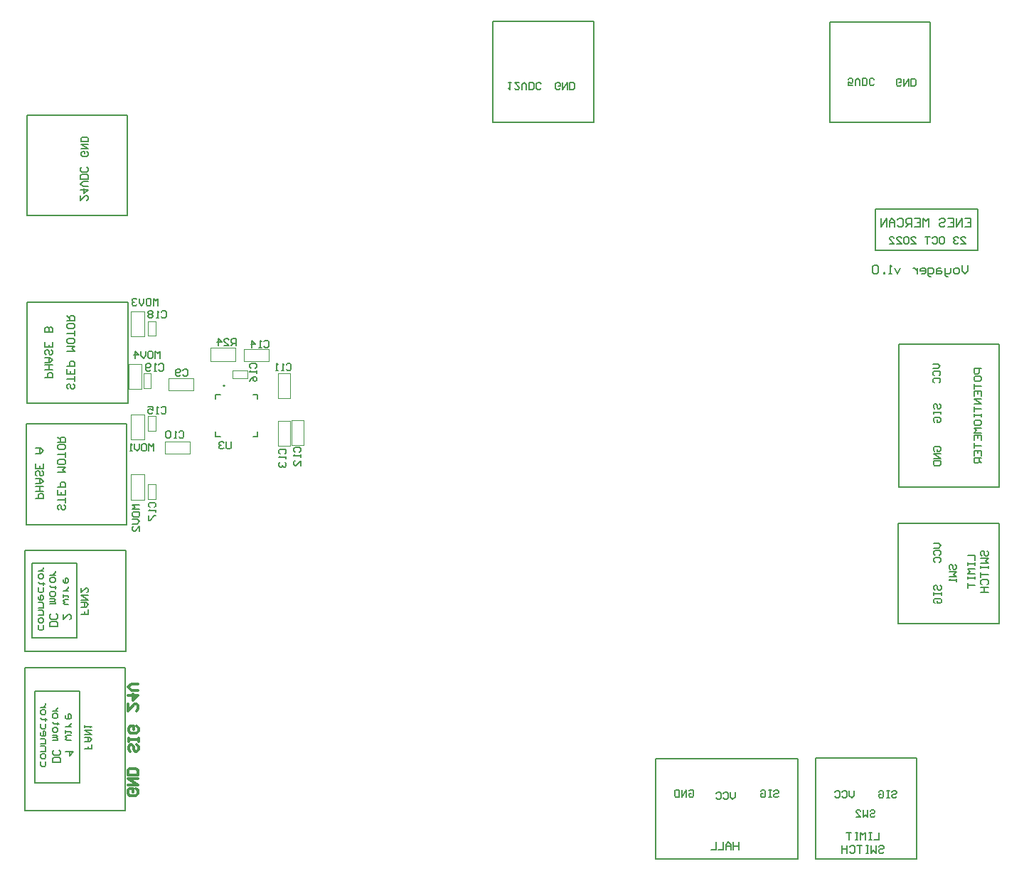
<source format=gbo>
G04*
G04 #@! TF.GenerationSoftware,Altium Limited,Altium Designer,22.10.1 (41)*
G04*
G04 Layer_Color=32896*
%FSLAX25Y25*%
%MOIN*%
G70*
G04*
G04 #@! TF.SameCoordinates,F8C157B4-DA96-4F04-9901-D09C045D4249*
G04*
G04*
G04 #@! TF.FilePolarity,Positive*
G04*
G01*
G75*
%ADD10C,0.00787*%
%ADD11C,0.00394*%
%ADD15C,0.00500*%
%ADD17C,0.00591*%
%ADD18C,0.01181*%
D10*
X92705Y224542D02*
G03*
X92705Y224542I-394J0D01*
G01*
X23231Y106496D02*
Y141437D01*
X2266D02*
X23231D01*
X2266Y106496D02*
Y141437D01*
Y106496D02*
X23231D01*
X397441Y288189D02*
Y307382D01*
Y288189D02*
X445768D01*
Y307382D01*
X397441D02*
X445768D01*
X408169Y112992D02*
X455610D01*
X408169Y160236D02*
X455610D01*
X408465Y177165D02*
X455610D01*
X408465D02*
Y244094D01*
X408169Y112992D02*
Y160236D01*
X46059Y25591D02*
Y92520D01*
X-898Y25591D02*
X46059D01*
X-898D02*
Y92520D01*
X46059D01*
X-898Y147343D02*
X46291D01*
X-898Y100092D02*
Y147343D01*
Y100092D02*
X46291D01*
Y147343D01*
X33Y351575D02*
X46850D01*
X33Y304331D02*
Y351575D01*
Y304331D02*
X46850D01*
Y351575D01*
X423328Y347976D02*
Y395253D01*
X376190Y347976D02*
X423328D01*
X376190D02*
Y395253D01*
X423328D01*
X265650Y348027D02*
Y395275D01*
X218212Y348027D02*
X265650D01*
X218212D02*
Y395275D01*
X265650D01*
X-478Y159350D02*
X46747D01*
X-478D02*
Y206594D01*
X46747D01*
Y159350D02*
Y206594D01*
X38Y263871D02*
X47220D01*
X38Y216535D02*
Y263871D01*
Y216535D02*
X47220D01*
Y263871D01*
X455610Y177165D02*
Y244094D01*
X408465D02*
X455610D01*
Y112992D02*
Y160236D01*
X416831Y2926D02*
Y50178D01*
X369487Y2926D02*
X416831D01*
X369487D02*
Y50178D01*
X416831D01*
X361417Y2658D02*
Y49705D01*
X294685Y2658D02*
X361417D01*
X294685D02*
Y49705D01*
X361417D01*
X3740Y38329D02*
X24705D01*
X3740D02*
Y81398D01*
X24705D01*
Y38329D02*
Y81398D01*
X4035Y171657D02*
X7578D01*
Y173428D01*
X6987Y174019D01*
X5807D01*
X5216Y173428D01*
Y171657D01*
X7578Y175199D02*
X4035D01*
X5807D01*
Y177561D01*
X7578D01*
X4035D01*
Y178742D02*
X6397D01*
X7578Y179922D01*
X6397Y181103D01*
X4035D01*
X5807D01*
Y178742D01*
X6987Y184645D02*
X7578Y184055D01*
Y182874D01*
X6987Y182284D01*
X6397D01*
X5807Y182874D01*
Y184055D01*
X5216Y184645D01*
X4626D01*
X4035Y184055D01*
Y182874D01*
X4626Y182284D01*
X7578Y188188D02*
Y185826D01*
X4035D01*
Y188188D01*
X5807Y185826D02*
Y187007D01*
X4035Y192910D02*
X6397D01*
X7578Y194091D01*
X6397Y195272D01*
X4035D01*
X5807D01*
Y192910D01*
X21554Y225497D02*
X22144Y224907D01*
Y223726D01*
X21554Y223135D01*
X20964D01*
X20373Y223726D01*
Y224907D01*
X19783Y225497D01*
X19193D01*
X18602Y224907D01*
Y223726D01*
X19193Y223135D01*
X22144Y226678D02*
Y229039D01*
Y227858D01*
X18602D01*
X22144Y232581D02*
Y230220D01*
X18602D01*
Y232581D01*
X20373Y230220D02*
Y231400D01*
X18602Y233762D02*
X22144D01*
Y235533D01*
X21554Y236123D01*
X20373D01*
X19783Y235533D01*
Y233762D01*
X18602Y240846D02*
X22144D01*
X20964Y242027D01*
X22144Y243208D01*
X18602D01*
X22144Y246160D02*
Y244979D01*
X21554Y244389D01*
X19193D01*
X18602Y244979D01*
Y246160D01*
X19193Y246750D01*
X21554D01*
X22144Y246160D01*
Y247931D02*
Y250292D01*
Y249111D01*
X18602D01*
X22144Y253244D02*
Y252063D01*
X21554Y251473D01*
X19193D01*
X18602Y252063D01*
Y253244D01*
X19193Y253834D01*
X21554D01*
X22144Y253244D01*
X18602Y255015D02*
X22144D01*
Y256786D01*
X21554Y257376D01*
X20373D01*
X19783Y256786D01*
Y255015D01*
Y256196D02*
X18602Y257376D01*
X440810Y145175D02*
X444352D01*
Y142813D01*
X440810Y141632D02*
Y140452D01*
Y141042D01*
X444352D01*
Y141632D01*
Y140452D01*
Y138681D02*
X440810D01*
X441990Y137500D01*
X440810Y136319D01*
X444352D01*
X440810Y135139D02*
Y133958D01*
Y134548D01*
X444352D01*
Y135139D01*
Y133958D01*
X440810Y132187D02*
Y129825D01*
Y131006D01*
X444352D01*
X447540Y144879D02*
X446950Y145470D01*
Y146651D01*
X447540Y147241D01*
X448131D01*
X448721Y146651D01*
Y145470D01*
X449311Y144879D01*
X449902D01*
X450492Y145470D01*
Y146651D01*
X449902Y147241D01*
X446950Y143699D02*
X450492D01*
X449311Y142518D01*
X450492Y141337D01*
X446950D01*
Y140157D02*
Y138976D01*
Y139566D01*
X450492D01*
Y140157D01*
Y138976D01*
X446950Y137205D02*
Y134843D01*
Y136024D01*
X450492D01*
X447540Y131301D02*
X446950Y131892D01*
Y133072D01*
X447540Y133663D01*
X449902D01*
X450492Y133072D01*
Y131892D01*
X449902Y131301D01*
X446950Y130121D02*
X450492D01*
X448721D01*
Y127759D01*
X446950D01*
X450492D01*
X333463Y10629D02*
Y7087D01*
Y8858D01*
X331101D01*
Y10629D01*
Y7087D01*
X329920D02*
Y9448D01*
X328740Y10629D01*
X327559Y9448D01*
Y7087D01*
Y8858D01*
X329920D01*
X326378Y10629D02*
Y7087D01*
X324017D01*
X322836Y10629D02*
Y7087D01*
X320475D01*
X16907Y117325D02*
Y114964D01*
X19268Y117325D01*
X19859D01*
X20449Y116735D01*
Y115554D01*
X19859Y114964D01*
X19268Y122048D02*
X17497D01*
X16907Y122638D01*
X17497Y123229D01*
X16907Y123819D01*
X17497Y124410D01*
X19268D01*
X16907Y125590D02*
Y126771D01*
Y126181D01*
X19268D01*
Y125590D01*
Y128542D02*
X16907D01*
X18088D01*
X18678Y129132D01*
X19268Y129723D01*
Y130313D01*
X16907Y133855D02*
Y132675D01*
X17497Y132084D01*
X18678D01*
X19268Y132675D01*
Y133855D01*
X18678Y134446D01*
X18088D01*
Y132084D01*
X14309Y111717D02*
X10767D01*
Y113488D01*
X11357Y114078D01*
X13718D01*
X14309Y113488D01*
Y111717D01*
X13718Y117620D02*
X14309Y117030D01*
Y115849D01*
X13718Y115259D01*
X11357D01*
X10767Y115849D01*
Y117030D01*
X11357Y117620D01*
X10767Y122343D02*
X13128D01*
Y122934D01*
X12538Y123524D01*
X10767D01*
X12538D01*
X13128Y124114D01*
X12538Y124705D01*
X10767D01*
Y126476D02*
Y127656D01*
X11357Y128247D01*
X12538D01*
X13128Y127656D01*
Y126476D01*
X12538Y125885D01*
X11357D01*
X10767Y126476D01*
X13718Y130018D02*
X13128D01*
Y129428D01*
Y130608D01*
Y130018D01*
X11357D01*
X10767Y130608D01*
Y132970D02*
Y134151D01*
X11357Y134741D01*
X12538D01*
X13128Y134151D01*
Y132970D01*
X12538Y132379D01*
X11357D01*
X10767Y132970D01*
X13128Y135922D02*
X10767D01*
X11947D01*
X12538Y136512D01*
X13128Y137102D01*
Y137693D01*
X7578Y112307D02*
Y110536D01*
X6988Y109946D01*
X5807D01*
X5217Y110536D01*
Y112307D01*
Y114078D02*
Y115259D01*
X5807Y115849D01*
X6988D01*
X7578Y115259D01*
Y114078D01*
X6988Y113488D01*
X5807D01*
X5217Y114078D01*
Y117030D02*
X7578D01*
Y118801D01*
X6988Y119392D01*
X5217D01*
Y120572D02*
X7578D01*
Y122343D01*
X6988Y122934D01*
X5217D01*
Y125885D02*
Y124705D01*
X5807Y124114D01*
X6988D01*
X7578Y124705D01*
Y125885D01*
X6988Y126476D01*
X6397D01*
Y124114D01*
X7578Y130018D02*
Y128247D01*
X6988Y127656D01*
X5807D01*
X5217Y128247D01*
Y130018D01*
X8168Y131789D02*
X7578D01*
Y131199D01*
Y132379D01*
Y131789D01*
X5807D01*
X5217Y132379D01*
Y134741D02*
Y135922D01*
X5807Y136512D01*
X6988D01*
X7578Y135922D01*
Y134741D01*
X6988Y134151D01*
X5807D01*
X5217Y134741D01*
X7578Y137693D02*
X5217D01*
X6397D01*
X6988Y138283D01*
X7578Y138873D01*
Y139464D01*
X399407Y15194D02*
Y11652D01*
X397045D01*
X395865Y15194D02*
X394684D01*
X395274D01*
Y11652D01*
X395865D01*
X394684D01*
X392913D02*
Y15194D01*
X391732Y14014D01*
X390552Y15194D01*
Y11652D01*
X389371Y15194D02*
X388190D01*
X388780D01*
Y11652D01*
X389371D01*
X388190D01*
X386419Y15194D02*
X384058D01*
X385238D01*
Y11652D01*
X399112Y8464D02*
X399702Y9054D01*
X400883D01*
X401473Y8464D01*
Y7873D01*
X400883Y7283D01*
X399702D01*
X399112Y6692D01*
Y6102D01*
X399702Y5512D01*
X400883D01*
X401473Y6102D01*
X397931Y9054D02*
Y5512D01*
X396750Y6692D01*
X395570Y5512D01*
Y9054D01*
X394389D02*
X393208D01*
X393798D01*
Y5512D01*
X394389D01*
X393208D01*
X391437Y9054D02*
X389076D01*
X390256D01*
Y5512D01*
X385533Y8464D02*
X386124Y9054D01*
X387305D01*
X387895Y8464D01*
Y6102D01*
X387305Y5512D01*
X386124D01*
X385533Y6102D01*
X384353Y9054D02*
Y5512D01*
Y7283D01*
X381991D01*
Y9054D01*
Y5512D01*
X17223Y168706D02*
X17814Y168115D01*
Y166935D01*
X17223Y166344D01*
X16633D01*
X16043Y166935D01*
Y168115D01*
X15452Y168706D01*
X14862D01*
X14272Y168115D01*
Y166935D01*
X14862Y166344D01*
X17814Y169886D02*
Y172248D01*
Y171067D01*
X14272D01*
X17814Y175790D02*
Y173428D01*
X14272D01*
Y175790D01*
X16043Y173428D02*
Y174609D01*
X14272Y176971D02*
X17814D01*
Y178742D01*
X17223Y179332D01*
X16043D01*
X15452Y178742D01*
Y176971D01*
X14272Y184055D02*
X17814D01*
X16633Y185236D01*
X17814Y186416D01*
X14272D01*
X17814Y189368D02*
Y188188D01*
X17223Y187597D01*
X14862D01*
X14272Y188188D01*
Y189368D01*
X14862Y189959D01*
X17223D01*
X17814Y189368D01*
Y191139D02*
Y193501D01*
Y192320D01*
X14272D01*
X17814Y196452D02*
Y195272D01*
X17223Y194681D01*
X14862D01*
X14272Y195272D01*
Y196452D01*
X14862Y197043D01*
X17223D01*
X17814Y196452D01*
X14272Y198224D02*
X17814D01*
Y199995D01*
X17223Y200585D01*
X16043D01*
X15452Y199995D01*
Y198224D01*
Y199404D02*
X14272Y200585D01*
X18088Y52955D02*
X21630D01*
X19859Y51184D01*
Y53546D01*
X20449Y58269D02*
X18678D01*
X18088Y58859D01*
X18678Y59449D01*
X18088Y60040D01*
X18678Y60630D01*
X20449D01*
X18088Y61811D02*
Y62991D01*
Y62401D01*
X20449D01*
Y61811D01*
Y64763D02*
X18088D01*
X19269D01*
X19859Y65353D01*
X20449Y65943D01*
Y66534D01*
X18088Y70076D02*
Y68895D01*
X18678Y68305D01*
X19859D01*
X20449Y68895D01*
Y70076D01*
X19859Y70666D01*
X19269D01*
Y68305D01*
X15490Y47937D02*
X11948D01*
Y49708D01*
X12538Y50299D01*
X14899D01*
X15490Y49708D01*
Y47937D01*
X14899Y53841D02*
X15490Y53250D01*
Y52070D01*
X14899Y51479D01*
X12538D01*
X11948Y52070D01*
Y53250D01*
X12538Y53841D01*
X11948Y58564D02*
X14309D01*
Y59154D01*
X13719Y59744D01*
X11948D01*
X13719D01*
X14309Y60335D01*
X13719Y60925D01*
X11948D01*
Y62696D02*
Y63877D01*
X12538Y64467D01*
X13719D01*
X14309Y63877D01*
Y62696D01*
X13719Y62106D01*
X12538D01*
X11948Y62696D01*
X14899Y66238D02*
X14309D01*
Y65648D01*
Y66829D01*
Y66238D01*
X12538D01*
X11948Y66829D01*
Y69190D02*
Y70371D01*
X12538Y70961D01*
X13719D01*
X14309Y70371D01*
Y69190D01*
X13719Y68600D01*
X12538D01*
X11948Y69190D01*
X14309Y72142D02*
X11948D01*
X13128D01*
X13719Y72732D01*
X14309Y73323D01*
Y73913D01*
X8759Y48528D02*
Y46757D01*
X8169Y46166D01*
X6988D01*
X6398Y46757D01*
Y48528D01*
Y50299D02*
Y51479D01*
X6988Y52070D01*
X8169D01*
X8759Y51479D01*
Y50299D01*
X8169Y49708D01*
X6988D01*
X6398Y50299D01*
Y53250D02*
X8759D01*
Y55022D01*
X8169Y55612D01*
X6398D01*
Y56793D02*
X8759D01*
Y58564D01*
X8169Y59154D01*
X6398D01*
Y62106D02*
Y60925D01*
X6988Y60335D01*
X8169D01*
X8759Y60925D01*
Y62106D01*
X8169Y62696D01*
X7578D01*
Y60335D01*
X8759Y66238D02*
Y64467D01*
X8169Y63877D01*
X6988D01*
X6398Y64467D01*
Y66238D01*
X9349Y68010D02*
X8759D01*
Y67419D01*
Y68600D01*
Y68010D01*
X6988D01*
X6398Y68600D01*
Y70961D02*
Y72142D01*
X6988Y72732D01*
X8169D01*
X8759Y72142D01*
Y70961D01*
X8169Y70371D01*
X6988D01*
X6398Y70961D01*
X8759Y73913D02*
X6398D01*
X7578D01*
X8169Y74503D01*
X8759Y75094D01*
Y75684D01*
X447353Y232598D02*
X443811D01*
Y230826D01*
X444402Y230236D01*
X445582D01*
X446173Y230826D01*
Y232598D01*
X443811Y227284D02*
Y228465D01*
X444402Y229056D01*
X446763D01*
X447353Y228465D01*
Y227284D01*
X446763Y226694D01*
X444402D01*
X443811Y227284D01*
Y225513D02*
Y223152D01*
Y224333D01*
X447353D01*
X443811Y219610D02*
Y221971D01*
X447353D01*
Y219610D01*
X445582Y221971D02*
Y220790D01*
X447353Y218429D02*
X443811D01*
X447353Y216068D01*
X443811D01*
Y214887D02*
Y212525D01*
Y213706D01*
X447353D01*
X443811Y211345D02*
Y210164D01*
Y210754D01*
X447353D01*
Y211345D01*
Y210164D01*
X443811Y206622D02*
Y207803D01*
X444402Y208393D01*
X446763D01*
X447353Y207803D01*
Y206622D01*
X446763Y206031D01*
X444402D01*
X443811Y206622D01*
X447353Y204851D02*
X443811D01*
X444992Y203670D01*
X443811Y202489D01*
X447353D01*
X443811Y198947D02*
Y201308D01*
X447353D01*
Y198947D01*
X445582Y201308D02*
Y200128D01*
X443811Y197766D02*
Y195405D01*
Y196586D01*
X447353D01*
X443811Y191863D02*
Y194224D01*
X447353D01*
Y191863D01*
X445582Y194224D02*
Y193043D01*
X447353Y190682D02*
X443811D01*
Y188911D01*
X444402Y188321D01*
X445582D01*
X446173Y188911D01*
Y190682D01*
Y189501D02*
X447353Y188321D01*
X8366Y228449D02*
X11908D01*
Y230220D01*
X11318Y230810D01*
X10137D01*
X9547Y230220D01*
Y228449D01*
X11908Y231991D02*
X8366D01*
X10137D01*
Y234352D01*
X11908D01*
X8366D01*
Y235533D02*
X10728D01*
X11908Y236714D01*
X10728Y237895D01*
X8366D01*
X10137D01*
Y235533D01*
X11318Y241437D02*
X11908Y240846D01*
Y239666D01*
X11318Y239075D01*
X10728D01*
X10137Y239666D01*
Y240846D01*
X9547Y241437D01*
X8957D01*
X8366Y240846D01*
Y239666D01*
X8957Y239075D01*
X11908Y244979D02*
Y242617D01*
X8366D01*
Y244979D01*
X10137Y242617D02*
Y243798D01*
X11908Y249702D02*
X8366D01*
Y251473D01*
X8957Y252063D01*
X9547D01*
X10137Y251473D01*
Y249702D01*
Y251473D01*
X10728Y252063D01*
X11318D01*
X11908Y251473D01*
Y249702D01*
X440806Y281035D02*
Y278411D01*
X439495Y277099D01*
X438183Y278411D01*
Y281035D01*
X436215Y277099D02*
X434903D01*
X434247Y277755D01*
Y279067D01*
X434903Y279723D01*
X436215D01*
X436871Y279067D01*
Y277755D01*
X436215Y277099D01*
X432935Y279723D02*
Y277755D01*
X432279Y277099D01*
X430311D01*
Y276443D01*
X430967Y275787D01*
X431623D01*
X430311Y277099D02*
Y279723D01*
X428343D02*
X427031D01*
X426375Y279067D01*
Y277099D01*
X428343D01*
X428999Y277755D01*
X428343Y278411D01*
X426375D01*
X423752Y275787D02*
X423096D01*
X422440Y276443D01*
Y279723D01*
X424407D01*
X425064Y279067D01*
Y277755D01*
X424407Y277099D01*
X422440D01*
X419160D02*
X420472D01*
X421128Y277755D01*
Y279067D01*
X420472Y279723D01*
X419160D01*
X418504Y279067D01*
Y278411D01*
X421128D01*
X417192Y279723D02*
Y277099D01*
Y278411D01*
X416536Y279067D01*
X415880Y279723D01*
X415224D01*
X409320D02*
X408009Y277099D01*
X406697Y279723D01*
X405385Y277099D02*
X404073D01*
X404729D01*
Y281035D01*
X405385Y280379D01*
X402105Y277099D02*
Y277755D01*
X401449D01*
Y277099D01*
X402105D01*
X398825Y280379D02*
X398169Y281035D01*
X396857D01*
X396201Y280379D01*
Y277755D01*
X396857Y277099D01*
X398169D01*
X398825Y277755D01*
Y280379D01*
X439528Y303148D02*
X442152D01*
Y299213D01*
X439528D01*
X442152Y301181D02*
X440840D01*
X438216Y299213D02*
Y303148D01*
X435593Y299213D01*
Y303148D01*
X431657D02*
X434280D01*
Y299213D01*
X431657D01*
X434280Y301181D02*
X432969D01*
X427721Y302492D02*
X428377Y303148D01*
X429689D01*
X430345Y302492D01*
Y301836D01*
X429689Y301181D01*
X428377D01*
X427721Y300524D01*
Y299869D01*
X428377Y299213D01*
X429689D01*
X430345Y299869D01*
X422473Y299213D02*
Y303148D01*
X421161Y301836D01*
X419849Y303148D01*
Y299213D01*
X415914Y303148D02*
X418538D01*
Y299213D01*
X415914D01*
X418538Y301181D02*
X417226D01*
X414602Y299213D02*
Y303148D01*
X412634D01*
X411978Y302492D01*
Y301181D01*
X412634Y300524D01*
X414602D01*
X413290D02*
X411978Y299213D01*
X408042Y302492D02*
X408698Y303148D01*
X410010D01*
X410666Y302492D01*
Y299869D01*
X410010Y299213D01*
X408698D01*
X408042Y299869D01*
X406730Y299213D02*
Y301836D01*
X405418Y303148D01*
X404107Y301836D01*
Y299213D01*
Y301181D01*
X406730D01*
X402795Y299213D02*
Y303148D01*
X400171Y299213D01*
Y303148D01*
D11*
X75000Y222539D02*
X78051D01*
X66400Y228088D02*
X78051D01*
Y222539D02*
Y228088D01*
X69488Y222539D02*
X75000D01*
X66400Y222545D02*
Y228088D01*
Y222545D02*
X69483D01*
X69488Y222539D01*
X123917Y196653D02*
Y199704D01*
X129465Y196653D02*
Y208305D01*
X123917Y196653D02*
X129465D01*
X123917Y199704D02*
Y205216D01*
X123923Y208305D02*
X129465D01*
X123923Y205222D02*
Y208305D01*
X123917Y205216D02*
X123923Y205222D01*
X117618Y196457D02*
Y199508D01*
X123166Y196457D02*
Y208108D01*
X117618Y196457D02*
X123166D01*
X117618Y199508D02*
Y205020D01*
X117624Y208108D02*
X123166D01*
X117624Y205025D02*
Y208108D01*
X117618Y205020D02*
X117624Y205025D01*
X117618Y218756D02*
Y221807D01*
X123166Y218756D02*
Y230408D01*
X117618Y218756D02*
X123166D01*
X117618Y221807D02*
Y227319D01*
X117624Y230408D02*
X123166D01*
X117624Y227325D02*
Y230408D01*
X117618Y227319D02*
X117624Y227325D01*
X101760Y241611D02*
X104811D01*
X101760Y236063D02*
X113411D01*
X101760D02*
Y241611D01*
X104811D02*
X110323D01*
X113411Y236063D02*
Y241605D01*
X110328D02*
X113411D01*
X110323Y241611D02*
X110328Y241605D01*
X73240Y192851D02*
X76291D01*
X64640Y198400D02*
X76291D01*
Y192851D02*
Y198400D01*
X67728Y192851D02*
X73240D01*
X64640Y192857D02*
Y198400D01*
Y192857D02*
X67723D01*
X67728Y192851D01*
X60187Y203517D02*
Y210505D01*
X56644D02*
X60187D01*
X56644Y203517D02*
Y210505D01*
Y203517D02*
X60187D01*
X96391Y228051D02*
X103379D01*
Y231594D01*
X96391D02*
X103379D01*
X96391Y228051D02*
Y231594D01*
X56644Y171555D02*
Y178543D01*
Y171555D02*
X60187D01*
Y178543D01*
X56644D02*
X60187D01*
X56693Y247933D02*
Y254921D01*
Y247933D02*
X60236D01*
Y254921D01*
X56693D02*
X60236D01*
X54478Y223315D02*
Y230303D01*
Y223315D02*
X58022D01*
Y230303D01*
X54478D02*
X58022D01*
X54853Y199275D02*
Y211086D01*
X48554D02*
X54853D01*
X48554Y199275D02*
Y211086D01*
Y199275D02*
X54853D01*
X48524Y171161D02*
Y182972D01*
Y171161D02*
X54823D01*
Y182972D01*
X48524D02*
X54823D01*
X48720Y247638D02*
Y259449D01*
Y247638D02*
X55020D01*
Y259449D01*
X48720D02*
X55020D01*
X47441Y223031D02*
Y234842D01*
Y223031D02*
X53740D01*
Y234842D01*
X47441D02*
X53740D01*
X85814Y236102D02*
X97625D01*
Y242402D01*
X85814D02*
X97625D01*
X85814Y236102D02*
Y242402D01*
D15*
X108059Y200782D02*
Y202927D01*
X88374Y200782D02*
Y202927D01*
X108059Y218321D02*
Y220467D01*
X88374Y218321D02*
Y220467D01*
X105913Y200782D02*
X108059D01*
X88374D02*
X90520D01*
X105913Y220467D02*
X108059D01*
X88374D02*
X90520D01*
D17*
X432708Y138486D02*
X432151Y139044D01*
Y140159D01*
X432708Y140717D01*
X433266D01*
X433823Y140159D01*
Y139044D01*
X434381Y138486D01*
X434938D01*
X435496Y139044D01*
Y140159D01*
X434938Y140717D01*
X432151Y137371D02*
X435496D01*
X434381Y136256D01*
X435496Y135141D01*
X432151D01*
X435496Y134026D02*
Y132911D01*
Y133468D01*
X432151D01*
X432708Y134026D01*
X395144Y25229D02*
X395701Y25786D01*
X396816D01*
X397374Y25229D01*
Y24671D01*
X396816Y24114D01*
X395701D01*
X395144Y23556D01*
Y22998D01*
X395701Y22441D01*
X396816D01*
X397374Y22998D01*
X394028Y25786D02*
Y22441D01*
X392913Y23556D01*
X391798Y22441D01*
Y25786D01*
X388453Y22441D02*
X390683D01*
X388453Y24671D01*
Y25229D01*
X389010Y25786D01*
X390126D01*
X390683Y25229D01*
X30314Y56497D02*
Y54267D01*
X28641D01*
Y55382D01*
Y54267D01*
X26969D01*
Y57612D02*
X29199D01*
X30314Y58727D01*
X29199Y59842D01*
X26969D01*
X28641D01*
Y57612D01*
X26969Y60958D02*
X30314D01*
X26969Y63188D01*
X30314D01*
X26969Y64303D02*
Y65418D01*
Y64861D01*
X30314D01*
X29756Y64303D01*
X28576Y119789D02*
Y117558D01*
X26903D01*
Y118674D01*
Y117558D01*
X25231D01*
Y120904D02*
X27461D01*
X28576Y122019D01*
X27461Y123134D01*
X25231D01*
X26903D01*
Y120904D01*
X25231Y124249D02*
X28576D01*
X25231Y126479D01*
X28576D01*
X25231Y129825D02*
Y127594D01*
X27461Y129825D01*
X28019D01*
X28576Y129267D01*
Y128152D01*
X28019Y127594D01*
X424717Y234875D02*
X426947D01*
X428062Y233759D01*
X426947Y232644D01*
X424717D01*
X425274Y229299D02*
X424717Y229856D01*
Y230972D01*
X425274Y231529D01*
X427505D01*
X428062Y230972D01*
Y229856D01*
X427505Y229299D01*
X425274Y225954D02*
X424717Y226511D01*
Y227626D01*
X425274Y228184D01*
X427505D01*
X428062Y227626D01*
Y226511D01*
X427505Y225954D01*
X425397Y213708D02*
X424839Y214266D01*
Y215381D01*
X425397Y215939D01*
X425954D01*
X426512Y215381D01*
Y214266D01*
X427069Y213708D01*
X427627D01*
X428184Y214266D01*
Y215381D01*
X427627Y215939D01*
X424839Y212593D02*
Y211478D01*
Y212036D01*
X428184D01*
Y212593D01*
Y211478D01*
X425397Y207575D02*
X424839Y208133D01*
Y209248D01*
X425397Y209805D01*
X427627D01*
X428184Y209248D01*
Y208133D01*
X427627Y207575D01*
X426512D01*
Y208690D01*
X425397Y193800D02*
X424839Y194358D01*
Y195473D01*
X425397Y196030D01*
X427627D01*
X428184Y195473D01*
Y194358D01*
X427627Y193800D01*
X426512D01*
Y194915D01*
X428184Y192685D02*
X424839D01*
X428184Y190455D01*
X424839D01*
Y189340D02*
X428184D01*
Y187667D01*
X427627Y187109D01*
X425397D01*
X424839Y187667D01*
Y189340D01*
X425657Y128822D02*
X425100Y129379D01*
Y130494D01*
X425657Y131052D01*
X426215D01*
X426772Y130494D01*
Y129379D01*
X427330Y128822D01*
X427887D01*
X428445Y129379D01*
Y130494D01*
X427887Y131052D01*
X425100Y127706D02*
Y126591D01*
Y127149D01*
X428445D01*
Y127706D01*
Y126591D01*
X425657Y122688D02*
X425100Y123246D01*
Y124361D01*
X425657Y124919D01*
X427887D01*
X428445Y124361D01*
Y123246D01*
X427887Y122688D01*
X426772D01*
Y123803D01*
X424903Y150819D02*
X427133D01*
X428248Y149704D01*
X427133Y148589D01*
X424903D01*
X425460Y145243D02*
X424903Y145801D01*
Y146916D01*
X425460Y147473D01*
X427691D01*
X428248Y146916D01*
Y145801D01*
X427691Y145243D01*
X425460Y141898D02*
X424903Y142455D01*
Y143570D01*
X425460Y144128D01*
X427691D01*
X428248Y143570D01*
Y142455D01*
X427691Y141898D01*
X387566Y34807D02*
Y32576D01*
X386451Y31461D01*
X385336Y32576D01*
Y34807D01*
X381990Y34249D02*
X382548Y34807D01*
X383663D01*
X384221Y34249D01*
Y32019D01*
X383663Y31461D01*
X382548D01*
X381990Y32019D01*
X378645Y34249D02*
X379202Y34807D01*
X380317D01*
X380875Y34249D01*
Y32019D01*
X380317Y31461D01*
X379202D01*
X378645Y32019D01*
X405244Y34249D02*
X405801Y34807D01*
X406917D01*
X407474Y34249D01*
Y33691D01*
X406917Y33134D01*
X405801D01*
X405244Y32576D01*
Y32019D01*
X405801Y31461D01*
X406917D01*
X407474Y32019D01*
X404129Y34807D02*
X403014D01*
X403571D01*
Y31461D01*
X404129D01*
X403014D01*
X399111Y34249D02*
X399668Y34807D01*
X400783D01*
X401341Y34249D01*
Y32019D01*
X400783Y31461D01*
X399668D01*
X399111Y32019D01*
Y33134D01*
X400226D01*
X310203Y34678D02*
X310760Y35235D01*
X311875D01*
X312433Y34678D01*
Y32447D01*
X311875Y31890D01*
X310760D01*
X310203Y32447D01*
Y33562D01*
X311318D01*
X309088Y31890D02*
Y35235D01*
X306857Y31890D01*
Y35235D01*
X305742D02*
Y31890D01*
X304069D01*
X303512Y32447D01*
Y34678D01*
X304069Y35235D01*
X305742D01*
X331823Y34054D02*
Y31824D01*
X330708Y30709D01*
X329592Y31824D01*
Y34054D01*
X326247Y33496D02*
X326805Y34054D01*
X327920D01*
X328477Y33496D01*
Y31266D01*
X327920Y30709D01*
X326805D01*
X326247Y31266D01*
X322902Y33496D02*
X323459Y34054D01*
X324574D01*
X325132Y33496D01*
Y31266D01*
X324574Y30709D01*
X323459D01*
X322902Y31266D01*
X349983Y34382D02*
X350540Y34940D01*
X351656D01*
X352213Y34382D01*
Y33825D01*
X351656Y33267D01*
X350540D01*
X349983Y32710D01*
Y32152D01*
X350540Y31594D01*
X351656D01*
X352213Y32152D01*
X348868Y34940D02*
X347753D01*
X348310D01*
Y31594D01*
X348868D01*
X347753D01*
X343850Y34382D02*
X344407Y34940D01*
X345522D01*
X346080Y34382D01*
Y32152D01*
X345522Y31594D01*
X344407D01*
X343850Y32152D01*
Y33267D01*
X344965D01*
X437659Y291043D02*
X439889D01*
X437659Y293273D01*
Y293831D01*
X438217Y294389D01*
X439332D01*
X439889Y293831D01*
X436544D02*
X435986Y294389D01*
X434871D01*
X434314Y293831D01*
Y293273D01*
X434871Y292716D01*
X435429D01*
X434871D01*
X434314Y292158D01*
Y291601D01*
X434871Y291043D01*
X435986D01*
X436544Y291601D01*
X428180Y294389D02*
X429296D01*
X429853Y293831D01*
Y291601D01*
X429296Y291043D01*
X428180D01*
X427623Y291601D01*
Y293831D01*
X428180Y294389D01*
X424277Y293831D02*
X424835Y294389D01*
X425950D01*
X426508Y293831D01*
Y291601D01*
X425950Y291043D01*
X424835D01*
X424277Y291601D01*
X423162Y294389D02*
X420932D01*
X422047D01*
Y291043D01*
X414241D02*
X416472D01*
X414241Y293273D01*
Y293831D01*
X414799Y294389D01*
X415914D01*
X416472Y293831D01*
X413126D02*
X412569Y294389D01*
X411453D01*
X410896Y293831D01*
Y291601D01*
X411453Y291043D01*
X412569D01*
X413126Y291601D01*
Y293831D01*
X407551Y291043D02*
X409781D01*
X407551Y293273D01*
Y293831D01*
X408108Y294389D01*
X409223D01*
X409781Y293831D01*
X404205Y291043D02*
X406435D01*
X404205Y293273D01*
Y293831D01*
X404763Y294389D01*
X405878D01*
X406435Y293831D01*
X28083Y334482D02*
X28641Y333925D01*
Y332810D01*
X28083Y332252D01*
X25853D01*
X25295Y332810D01*
Y333925D01*
X25853Y334482D01*
X26968D01*
Y333367D01*
X25295Y335597D02*
X28641D01*
X25295Y337828D01*
X28641D01*
Y338943D02*
X25295D01*
Y340616D01*
X25853Y341173D01*
X28083D01*
X28641Y340616D01*
Y338943D01*
X25098Y313617D02*
Y311387D01*
X27329Y313617D01*
X27886D01*
X28444Y313060D01*
Y311945D01*
X27886Y311387D01*
X25098Y316405D02*
X28444D01*
X26771Y314732D01*
Y316963D01*
X28444Y318078D02*
X26213D01*
X25098Y319193D01*
X26213Y320308D01*
X28444D01*
Y321423D02*
X25098D01*
Y323096D01*
X25656Y323653D01*
X27886D01*
X28444Y323096D01*
Y321423D01*
X27886Y326999D02*
X28444Y326441D01*
Y325326D01*
X27886Y324769D01*
X25656D01*
X25098Y325326D01*
Y326441D01*
X25656Y326999D01*
X387030Y365442D02*
X384800D01*
Y367115D01*
X385915Y366557D01*
X386473D01*
X387030Y367115D01*
Y368230D01*
X386473Y368788D01*
X385357D01*
X384800Y368230D01*
X388145Y365442D02*
Y367672D01*
X389260Y368788D01*
X390375Y367672D01*
Y365442D01*
X391491D02*
Y368788D01*
X393163D01*
X393721Y368230D01*
Y366000D01*
X393163Y365442D01*
X391491D01*
X397066Y366000D02*
X396509Y365442D01*
X395394D01*
X394836Y366000D01*
Y368230D01*
X395394Y368788D01*
X396509D01*
X397066Y368230D01*
X409766Y365803D02*
X409208Y365245D01*
X408093D01*
X407536Y365803D01*
Y368033D01*
X408093Y368591D01*
X409208D01*
X409766Y368033D01*
Y366918D01*
X408651D01*
X410881Y368591D02*
Y365245D01*
X413111Y368591D01*
Y365245D01*
X414226D02*
Y368591D01*
X415899D01*
X416457Y368033D01*
Y365803D01*
X415899Y365245D01*
X414226D01*
X225741Y366732D02*
X226856D01*
X226298D01*
Y363387D01*
X225741Y363945D01*
X230759Y366732D02*
X228528D01*
X230759Y364502D01*
Y363945D01*
X230201Y363387D01*
X229086D01*
X228528Y363945D01*
X231874Y363387D02*
Y365617D01*
X232989Y366732D01*
X234104Y365617D01*
Y363387D01*
X235219D02*
Y366732D01*
X236892D01*
X237449Y366175D01*
Y363945D01*
X236892Y363387D01*
X235219D01*
X240795Y363945D02*
X240237Y363387D01*
X239122D01*
X238565Y363945D01*
Y366175D01*
X239122Y366732D01*
X240237D01*
X240795Y366175D01*
X249935Y363945D02*
X249377Y363387D01*
X248262D01*
X247705Y363945D01*
Y366175D01*
X248262Y366732D01*
X249377D01*
X249935Y366175D01*
Y365060D01*
X248820D01*
X251050Y366732D02*
Y363387D01*
X253280Y366732D01*
Y363387D01*
X254396D02*
Y366732D01*
X256068D01*
X256626Y366175D01*
Y363945D01*
X256068Y363387D01*
X254396D01*
X71156Y202825D02*
X71714Y203382D01*
X72829D01*
X73387Y202825D01*
Y200595D01*
X72829Y200037D01*
X71714D01*
X71156Y200595D01*
X70041Y200037D02*
X68926D01*
X69484D01*
Y203382D01*
X70041Y202825D01*
X67253D02*
X66696Y203382D01*
X65581D01*
X65023Y202825D01*
Y200595D01*
X65581Y200037D01*
X66696D01*
X67253Y200595D01*
Y202825D01*
X95493Y198326D02*
Y195538D01*
X94935Y194980D01*
X93820D01*
X93262Y195538D01*
Y198326D01*
X92147Y197768D02*
X91590Y198326D01*
X90474D01*
X89917Y197768D01*
Y197211D01*
X90474Y196653D01*
X91032D01*
X90474D01*
X89917Y196096D01*
Y195538D01*
X90474Y194980D01*
X91590D01*
X92147Y195538D01*
X97811Y243362D02*
Y246708D01*
X96139D01*
X95581Y246150D01*
Y245035D01*
X96139Y244478D01*
X97811D01*
X96696D02*
X95581Y243362D01*
X92236D02*
X94466D01*
X92236Y245593D01*
Y246150D01*
X92793Y246708D01*
X93908D01*
X94466Y246150D01*
X89448Y243362D02*
Y246708D01*
X91121Y245035D01*
X88890D01*
X62334Y237501D02*
Y240846D01*
X61219Y239731D01*
X60104Y240846D01*
Y237501D01*
X57316Y240846D02*
X58431D01*
X58989Y240288D01*
Y238058D01*
X58431Y237501D01*
X57316D01*
X56758Y238058D01*
Y240288D01*
X57316Y240846D01*
X55643D02*
Y238616D01*
X54528Y237501D01*
X53413Y238616D01*
Y240846D01*
X50625Y237501D02*
Y240846D01*
X52298Y239173D01*
X50068D01*
X61402Y262198D02*
Y265544D01*
X60286Y264429D01*
X59171Y265544D01*
Y262198D01*
X56384Y265544D02*
X57499D01*
X58056Y264986D01*
Y262756D01*
X57499Y262198D01*
X56384D01*
X55826Y262756D01*
Y264986D01*
X56384Y265544D01*
X54711D02*
Y263314D01*
X53596Y262198D01*
X52481Y263314D01*
Y265544D01*
X51365Y264986D02*
X50808Y265544D01*
X49693D01*
X49135Y264986D01*
Y264429D01*
X49693Y263871D01*
X50250D01*
X49693D01*
X49135Y263314D01*
Y262756D01*
X49693Y262198D01*
X50808D01*
X51365Y262756D01*
X52755Y168830D02*
X49410D01*
X50525Y167715D01*
X49410Y166600D01*
X52755D01*
X49410Y163812D02*
Y164927D01*
X49968Y165485D01*
X52198D01*
X52755Y164927D01*
Y163812D01*
X52198Y163254D01*
X49968D01*
X49410Y163812D01*
Y162139D02*
X51640D01*
X52755Y161024D01*
X51640Y159909D01*
X49410D01*
X52755Y156564D02*
Y158794D01*
X50525Y156564D01*
X49968D01*
X49410Y157121D01*
Y158236D01*
X49968Y158794D01*
X59316Y193946D02*
Y197291D01*
X58201Y196176D01*
X57086Y197291D01*
Y193946D01*
X54298Y197291D02*
X55413D01*
X55970Y196734D01*
Y194504D01*
X55413Y193946D01*
X54298D01*
X53740Y194504D01*
Y196734D01*
X54298Y197291D01*
X52625D02*
Y195061D01*
X51510Y193946D01*
X50395Y195061D01*
Y197291D01*
X49280Y193946D02*
X48164D01*
X48722D01*
Y197291D01*
X49280Y196734D01*
X61745Y234371D02*
X62302Y234929D01*
X63417D01*
X63975Y234371D01*
Y232141D01*
X63417Y231583D01*
X62302D01*
X61745Y232141D01*
X60630Y231583D02*
X59514D01*
X60072D01*
Y234929D01*
X60630Y234371D01*
X57842Y232141D02*
X57284Y231583D01*
X56169D01*
X55612Y232141D01*
Y234371D01*
X56169Y234929D01*
X57284D01*
X57842Y234371D01*
Y233814D01*
X57284Y233256D01*
X55612D01*
X62877Y259186D02*
X63434Y259744D01*
X64549D01*
X65107Y259186D01*
Y256956D01*
X64549Y256398D01*
X63434D01*
X62877Y256956D01*
X61761Y256398D02*
X60646D01*
X61204D01*
Y259744D01*
X61761Y259186D01*
X58974D02*
X58416Y259744D01*
X57301D01*
X56744Y259186D01*
Y258628D01*
X57301Y258071D01*
X56744Y257513D01*
Y256956D01*
X57301Y256398D01*
X58416D01*
X58974Y256956D01*
Y257513D01*
X58416Y258071D01*
X58974Y258628D01*
Y259186D01*
X58416Y258071D02*
X57301D01*
X57448Y167601D02*
X56890Y168159D01*
Y169274D01*
X57448Y169831D01*
X59678D01*
X60236Y169274D01*
Y168159D01*
X59678Y167601D01*
X60236Y166486D02*
Y165371D01*
Y165928D01*
X56890D01*
X57448Y166486D01*
X56890Y163698D02*
Y161468D01*
X57448D01*
X59678Y163698D01*
X60236D01*
X104798Y232759D02*
X104241Y233316D01*
Y234431D01*
X104798Y234989D01*
X107028D01*
X107586Y234431D01*
Y233316D01*
X107028Y232759D01*
X107586Y231643D02*
Y230528D01*
Y231086D01*
X104241D01*
X104798Y231643D01*
X104241Y226625D02*
X104798Y227741D01*
X105913Y228856D01*
X107028D01*
X107586Y228298D01*
Y227183D01*
X107028Y226625D01*
X106471D01*
X105913Y227183D01*
Y228856D01*
X62778Y214304D02*
X63336Y214862D01*
X64451D01*
X65008Y214304D01*
Y212074D01*
X64451Y211516D01*
X63336D01*
X62778Y212074D01*
X61663Y211516D02*
X60548D01*
X61106D01*
Y214862D01*
X61663Y214304D01*
X56645Y214862D02*
X58875D01*
Y213189D01*
X57760Y213747D01*
X57203D01*
X56645Y213189D01*
Y212074D01*
X57203Y211516D01*
X58318D01*
X58875Y212074D01*
X110908Y245308D02*
X111466Y245866D01*
X112581D01*
X113138Y245308D01*
Y243078D01*
X112581Y242520D01*
X111466D01*
X110908Y243078D01*
X109793Y242520D02*
X108678D01*
X109236D01*
Y245866D01*
X109793Y245308D01*
X105333Y242520D02*
Y245866D01*
X107005Y244193D01*
X104775D01*
X121473Y234530D02*
X122030Y235088D01*
X123145D01*
X123703Y234530D01*
Y232300D01*
X123145Y231743D01*
X122030D01*
X121473Y232300D01*
X120358Y231743D02*
X119242D01*
X119800D01*
Y235088D01*
X120358Y234530D01*
X117570Y231743D02*
X116455D01*
X117012D01*
Y235088D01*
X117570Y234530D01*
X118570Y192601D02*
X118012Y193159D01*
Y194274D01*
X118570Y194831D01*
X120800D01*
X121358Y194274D01*
Y193159D01*
X120800Y192601D01*
X121358Y191486D02*
Y190371D01*
Y190928D01*
X118012D01*
X118570Y191486D01*
Y188698D02*
X118012Y188141D01*
Y187025D01*
X118570Y186468D01*
X119128D01*
X119685Y187025D01*
Y187583D01*
Y187025D01*
X120243Y186468D01*
X120800D01*
X121358Y187025D01*
Y188141D01*
X120800Y188698D01*
X125460Y193388D02*
X124902Y193946D01*
Y195061D01*
X125460Y195619D01*
X127690D01*
X128247Y195061D01*
Y193946D01*
X127690Y193388D01*
X128247Y192273D02*
Y191158D01*
Y191716D01*
X124902D01*
X125460Y192273D01*
X128247Y187255D02*
Y189486D01*
X126017Y187255D01*
X125460D01*
X124902Y187813D01*
Y188928D01*
X125460Y189486D01*
X73097Y231922D02*
X73655Y232480D01*
X74770D01*
X75327Y231922D01*
Y229692D01*
X74770Y229134D01*
X73655D01*
X73097Y229692D01*
X71982D02*
X71424Y229134D01*
X70309D01*
X69752Y229692D01*
Y231922D01*
X70309Y232480D01*
X71424D01*
X71982Y231922D01*
Y231365D01*
X71424Y230807D01*
X69752D01*
D18*
X51082Y35736D02*
X51869Y34949D01*
Y33375D01*
X51082Y32588D01*
X47933D01*
X47146Y33375D01*
Y34949D01*
X47933Y35736D01*
X49507D01*
Y34162D01*
X47146Y37310D02*
X51869D01*
X47146Y40459D01*
X51869D01*
Y42033D02*
X47146D01*
Y44395D01*
X47933Y45182D01*
X51082D01*
X51869Y44395D01*
Y42033D01*
X51377Y56300D02*
X52164Y55513D01*
Y53939D01*
X51377Y53152D01*
X50590D01*
X49802Y53939D01*
Y55513D01*
X49015Y56300D01*
X48228D01*
X47441Y55513D01*
Y53939D01*
X48228Y53152D01*
X52164Y57874D02*
Y59449D01*
Y58662D01*
X47441D01*
Y57874D01*
Y59449D01*
X51377Y64959D02*
X52164Y64172D01*
Y62597D01*
X51377Y61810D01*
X48228D01*
X47441Y62597D01*
Y64172D01*
X48228Y64959D01*
X49802D01*
Y63384D01*
X47244Y75395D02*
Y72246D01*
X50393Y75395D01*
X51180D01*
X51967Y74608D01*
Y73033D01*
X51180Y72246D01*
X47244Y79330D02*
X51967D01*
X49606Y76969D01*
Y80118D01*
X51967Y81692D02*
X48818D01*
X47244Y83266D01*
X48818Y84841D01*
X51967D01*
M02*

</source>
